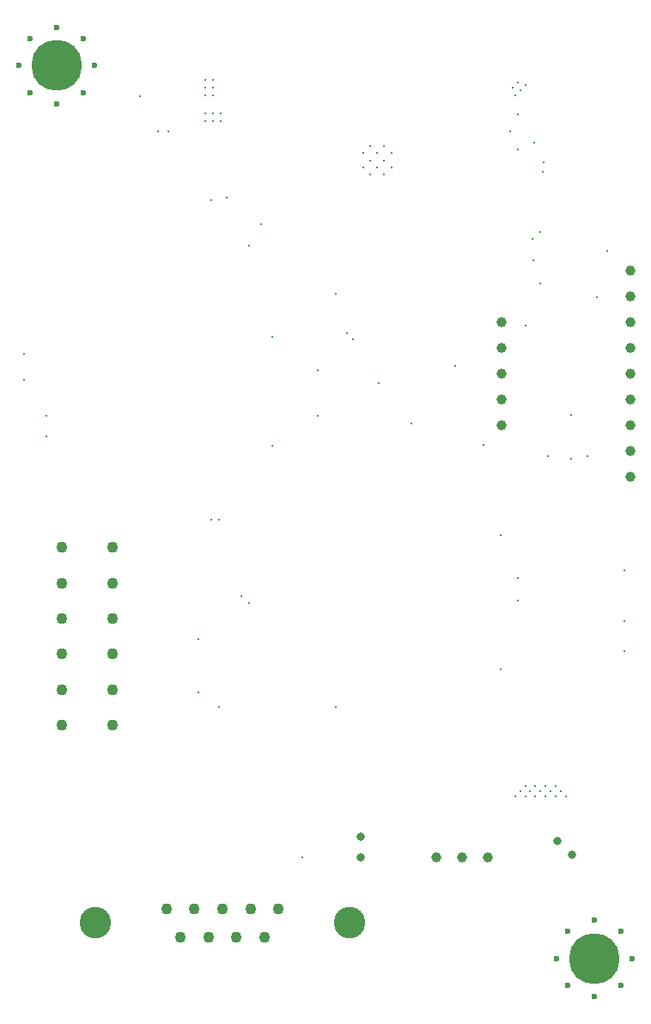
<source format=gbr>
%TF.GenerationSoftware,KiCad,Pcbnew,9.0.1*%
%TF.CreationDate,2025-06-17T15:21:50+02:00*%
%TF.ProjectId,open_g,6f70656e-5f67-42e6-9b69-6361645f7063,rev?*%
%TF.SameCoordinates,Original*%
%TF.FileFunction,Plated,1,4,PTH,Drill*%
%TF.FilePolarity,Positive*%
%FSLAX46Y46*%
G04 Gerber Fmt 4.6, Leading zero omitted, Abs format (unit mm)*
G04 Created by KiCad (PCBNEW 9.0.1) date 2025-06-17 15:21:50*
%MOMM*%
%LPD*%
G01*
G04 APERTURE LIST*
%TA.AperFunction,ViaDrill*%
%ADD10C,0.300000*%
%TD*%
%TA.AperFunction,ComponentDrill*%
%ADD11C,0.300000*%
%TD*%
%TA.AperFunction,ComponentDrill*%
%ADD12C,0.600000*%
%TD*%
%TA.AperFunction,ComponentDrill*%
%ADD13C,0.800000*%
%TD*%
%TA.AperFunction,ComponentDrill*%
%ADD14C,1.000000*%
%TD*%
%TA.AperFunction,ComponentDrill*%
%ADD15C,1.100000*%
%TD*%
%TA.AperFunction,ComponentDrill*%
%ADD16C,3.100000*%
%TD*%
%TA.AperFunction,ComponentDrill*%
%ADD17C,5.000000*%
%TD*%
G04 APERTURE END LIST*
D10*
X102800000Y-84440000D03*
X102800000Y-86940000D03*
X105000000Y-90500000D03*
X105000000Y-92500000D03*
X114250000Y-59000000D03*
X116000000Y-62500000D03*
X117000000Y-62500000D03*
X120000000Y-112500000D03*
X120000000Y-117750000D03*
X120650000Y-57404000D03*
X120650000Y-58166000D03*
X120650000Y-58928000D03*
X120650000Y-60706000D03*
X120650000Y-61468000D03*
X121250000Y-69250000D03*
X121250000Y-100750000D03*
X121412000Y-57404000D03*
X121412000Y-58166000D03*
X121412000Y-58928000D03*
X121412000Y-60706000D03*
X121412000Y-61468000D03*
X122000000Y-119250000D03*
X122050003Y-100750000D03*
X122174000Y-60706000D03*
X122174000Y-61468000D03*
X122750000Y-69000000D03*
X124250000Y-108250000D03*
X125000000Y-73750000D03*
X125000000Y-109000000D03*
X126125000Y-71625000D03*
X127250000Y-82750000D03*
X127250000Y-93500000D03*
X130200000Y-134000000D03*
X131750000Y-86000000D03*
X131750000Y-90500000D03*
X133500000Y-78500000D03*
X133500000Y-119250000D03*
X134625000Y-82375000D03*
X135250000Y-83000000D03*
X137750000Y-87250000D03*
X141000000Y-91250000D03*
X145288000Y-85598000D03*
X148082000Y-93421200D03*
X149750000Y-102250000D03*
X149750000Y-115500000D03*
X150750000Y-62500000D03*
X151003000Y-58166000D03*
X151200000Y-128000000D03*
X151257000Y-58928000D03*
X151500000Y-60750000D03*
X151500000Y-64250000D03*
X151500000Y-106500000D03*
X151500000Y-108750000D03*
X151511000Y-57658000D03*
X151700000Y-127500000D03*
X151765000Y-58420000D03*
X152200000Y-81600000D03*
X152200000Y-127000000D03*
X152200000Y-128000000D03*
X152273000Y-57912000D03*
X152700000Y-127500000D03*
X152950003Y-73038138D03*
X153000000Y-75200000D03*
X153125000Y-63625000D03*
X153200000Y-127000000D03*
X153200000Y-128000000D03*
X153700000Y-72400000D03*
X153700000Y-77500000D03*
X153700000Y-127500000D03*
X153900000Y-66500000D03*
X154000000Y-65500000D03*
X154200000Y-127000000D03*
X154200000Y-128000000D03*
X154400000Y-94500000D03*
X154700000Y-127500000D03*
X155200000Y-127000000D03*
X155200000Y-128000000D03*
X155700000Y-127500000D03*
X156200000Y-128000000D03*
X156718000Y-90424000D03*
X156718000Y-94742000D03*
X158369000Y-94488000D03*
X159300000Y-78800000D03*
X160250000Y-74250000D03*
X162000000Y-105750000D03*
X162000000Y-110750000D03*
X162000000Y-113750000D03*
D11*
%TO.C,U1*%
X136200000Y-64630000D03*
X136200000Y-66030000D03*
X136900000Y-63930000D03*
X136900000Y-65330000D03*
X136900000Y-66730000D03*
X137575000Y-64630000D03*
X137575000Y-66030000D03*
X138300000Y-63930000D03*
X138300000Y-65330000D03*
X138300000Y-66730000D03*
X139000000Y-64630000D03*
X139000000Y-66030000D03*
D12*
%TO.C,H2*%
X102250000Y-56000000D03*
X103348350Y-53348350D03*
X103348350Y-58651650D03*
X106000000Y-52250000D03*
X106000000Y-59750000D03*
X108651650Y-53348350D03*
X108651650Y-58651650D03*
X109750000Y-56000000D03*
%TO.C,H1*%
X155250000Y-144000000D03*
X156348350Y-141348350D03*
X156348350Y-146651650D03*
X159000000Y-140250000D03*
X159000000Y-147750000D03*
X161651650Y-141348350D03*
X161651650Y-146651650D03*
X162750000Y-144000000D03*
D13*
%TO.C,C2*%
X136000000Y-132000000D03*
X136000000Y-134000000D03*
%TO.C,C3*%
X155385786Y-132385786D03*
X156800000Y-133800000D03*
D14*
%TO.C,PS1*%
X143460000Y-134000000D03*
X146000000Y-134000000D03*
X148540000Y-134000000D03*
%TO.C,J4*%
X149860000Y-81280000D03*
X149860000Y-83820000D03*
X149860000Y-86360000D03*
X149860000Y-88900000D03*
X149860000Y-91440000D03*
%TO.C,J3*%
X162560000Y-76200000D03*
X162560000Y-78739999D03*
X162560000Y-81280000D03*
X162560000Y-83820000D03*
X162560000Y-86360000D03*
X162560000Y-88900000D03*
X162560000Y-91440001D03*
X162560000Y-93980000D03*
X162560000Y-96520000D03*
D15*
%TO.C,J5*%
X106500000Y-103500000D03*
X106500000Y-107000000D03*
X106500000Y-110500000D03*
X106500000Y-114000000D03*
X106500000Y-117500000D03*
X106500000Y-121000000D03*
X111500000Y-103500000D03*
X111500000Y-107000000D03*
X111500000Y-110500000D03*
X111500000Y-114000000D03*
X111500000Y-117500000D03*
X111500000Y-121000000D03*
%TO.C,J1*%
X116815000Y-139080000D03*
X118200000Y-141920000D03*
X119585000Y-139080000D03*
X120970000Y-141920000D03*
X122355000Y-139080000D03*
X123740000Y-141920000D03*
X125125000Y-139080000D03*
X126510000Y-141920000D03*
X127895000Y-139080000D03*
D16*
X109860000Y-140500000D03*
X134850000Y-140500000D03*
D17*
%TO.C,H2*%
X106000000Y-56000000D03*
%TO.C,H1*%
X159000000Y-144000000D03*
M02*

</source>
